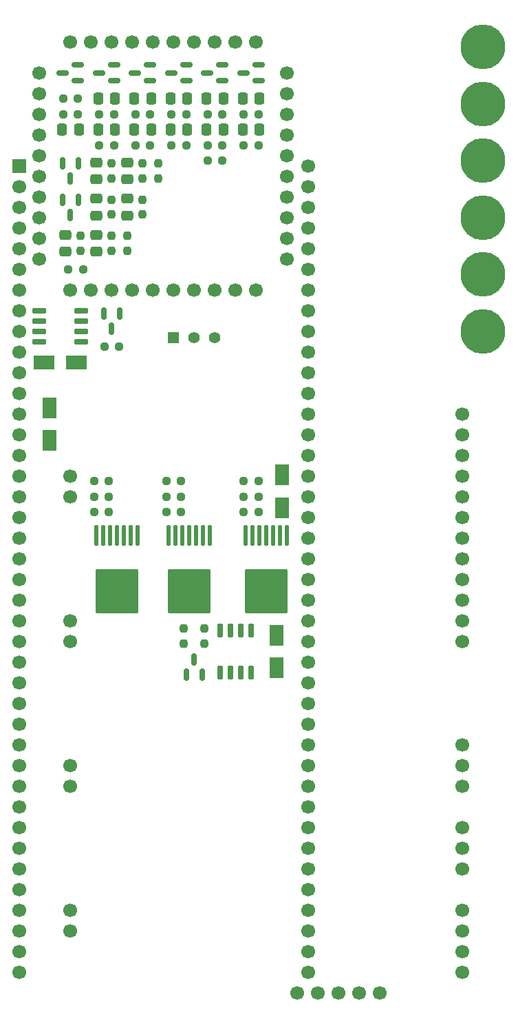
<source format=gts>
G04 #@! TF.GenerationSoftware,KiCad,Pcbnew,(6.0.9)*
G04 #@! TF.CreationDate,2023-07-15T07:21:25-07:00*
G04 #@! TF.ProjectId,canbuz-1977-vw-bus-ecu,63616e62-757a-42d3-9139-37372d76772d,rev?*
G04 #@! TF.SameCoordinates,Original*
G04 #@! TF.FileFunction,Soldermask,Top*
G04 #@! TF.FilePolarity,Negative*
%FSLAX46Y46*%
G04 Gerber Fmt 4.6, Leading zero omitted, Abs format (unit mm)*
G04 Created by KiCad (PCBNEW (6.0.9)) date 2023-07-15 07:21:25*
%MOMM*%
%LPD*%
G01*
G04 APERTURE LIST*
G04 Aperture macros list*
%AMRoundRect*
0 Rectangle with rounded corners*
0 $1 Rounding radius*
0 $2 $3 $4 $5 $6 $7 $8 $9 X,Y pos of 4 corners*
0 Add a 4 corners polygon primitive as box body*
4,1,4,$2,$3,$4,$5,$6,$7,$8,$9,$2,$3,0*
0 Add four circle primitives for the rounded corners*
1,1,$1+$1,$2,$3*
1,1,$1+$1,$4,$5*
1,1,$1+$1,$6,$7*
1,1,$1+$1,$8,$9*
0 Add four rect primitives between the rounded corners*
20,1,$1+$1,$2,$3,$4,$5,0*
20,1,$1+$1,$4,$5,$6,$7,0*
20,1,$1+$1,$6,$7,$8,$9,0*
20,1,$1+$1,$8,$9,$2,$3,0*%
G04 Aperture macros list end*
%ADD10RoundRect,0.237500X-0.237500X0.250000X-0.237500X-0.250000X0.237500X-0.250000X0.237500X0.250000X0*%
%ADD11RoundRect,0.250000X0.337500X0.475000X-0.337500X0.475000X-0.337500X-0.475000X0.337500X-0.475000X0*%
%ADD12RoundRect,0.250000X-0.337500X-0.475000X0.337500X-0.475000X0.337500X0.475000X-0.337500X0.475000X0*%
%ADD13RoundRect,0.237500X-0.250000X-0.237500X0.250000X-0.237500X0.250000X0.237500X-0.250000X0.237500X0*%
%ADD14RoundRect,0.237500X0.250000X0.237500X-0.250000X0.237500X-0.250000X-0.237500X0.250000X-0.237500X0*%
%ADD15RoundRect,0.250000X0.475000X-0.337500X0.475000X0.337500X-0.475000X0.337500X-0.475000X-0.337500X0*%
%ADD16R,1.700000X1.700000*%
%ADD17C,1.700000*%
%ADD18R,1.800000X2.500000*%
%ADD19RoundRect,0.150000X0.587500X0.150000X-0.587500X0.150000X-0.587500X-0.150000X0.587500X-0.150000X0*%
%ADD20RoundRect,0.137500X0.137500X1.112500X-0.137500X1.112500X-0.137500X-1.112500X0.137500X-1.112500X0*%
%ADD21RoundRect,0.265000X2.385000X2.485000X-2.385000X2.485000X-2.385000X-2.485000X2.385000X-2.485000X0*%
%ADD22RoundRect,0.150000X-0.150000X0.587500X-0.150000X-0.587500X0.150000X-0.587500X0.150000X0.587500X0*%
%ADD23R,2.500000X1.800000*%
%ADD24RoundRect,0.237500X0.237500X-0.250000X0.237500X0.250000X-0.237500X0.250000X-0.237500X-0.250000X0*%
%ADD25RoundRect,0.150000X-0.725000X-0.150000X0.725000X-0.150000X0.725000X0.150000X-0.725000X0.150000X0*%
%ADD26RoundRect,0.150000X0.150000X-0.725000X0.150000X0.725000X-0.150000X0.725000X-0.150000X-0.725000X0*%
%ADD27RoundRect,0.150000X0.150000X-0.587500X0.150000X0.587500X-0.150000X0.587500X-0.150000X-0.587500X0*%
%ADD28C,5.500000*%
%ADD29R,1.410000X1.410000*%
%ADD30C,1.410000*%
G04 APERTURE END LIST*
D10*
X50799999Y-62587500D03*
X50799999Y-64412500D03*
D11*
X60092500Y-53975000D03*
X58017500Y-53975000D03*
D12*
X66907500Y-50165000D03*
X68982500Y-50165000D03*
D10*
X50799999Y-58142500D03*
X50799999Y-59967500D03*
D13*
X45442500Y-71120000D03*
X47267500Y-71120000D03*
D14*
X55522500Y-52069999D03*
X53697500Y-52069999D03*
D15*
X45085000Y-68982500D03*
X45085000Y-66907500D03*
D16*
X39420000Y-58420000D03*
D17*
X39420000Y-60960000D03*
X39420000Y-63500000D03*
X39420000Y-66040000D03*
X39420000Y-68580000D03*
X39420000Y-71120000D03*
X39420000Y-73660000D03*
X39420000Y-76200000D03*
X39420000Y-78740000D03*
X39420000Y-81280000D03*
X39420000Y-83820000D03*
X39420000Y-86360000D03*
X39420000Y-88900000D03*
X39420000Y-91440000D03*
X39420000Y-93980000D03*
X39420000Y-96520000D03*
X39420000Y-99060000D03*
X39420000Y-101600000D03*
X39420000Y-104140000D03*
X39420000Y-106680000D03*
X39420000Y-109220000D03*
X39420000Y-111760000D03*
X39420000Y-114300000D03*
X39420000Y-116840000D03*
X39420000Y-119380000D03*
X39420000Y-121920000D03*
X39420000Y-124460000D03*
X39420000Y-127000000D03*
X39420000Y-129540000D03*
X39420000Y-132080000D03*
X39420000Y-134620000D03*
X39420000Y-137160000D03*
X39420000Y-139700000D03*
X39420000Y-142240000D03*
X39420000Y-147320000D03*
X39420000Y-144780000D03*
X39420000Y-149860000D03*
X39420000Y-152400000D03*
X39420000Y-154940000D03*
X39420000Y-157480000D03*
X74980000Y-157480000D03*
X74980000Y-154940000D03*
X74980000Y-152400000D03*
X74980000Y-149860000D03*
X74980000Y-147320000D03*
X74980000Y-144780000D03*
X74980000Y-142240000D03*
X74980000Y-139700000D03*
X74980000Y-137160000D03*
X74980000Y-134620000D03*
X74980000Y-132080000D03*
X74980000Y-129540000D03*
X74980000Y-127000000D03*
X74980000Y-124460000D03*
X74980000Y-121920000D03*
X74980000Y-119380000D03*
X74980000Y-116840000D03*
X74980000Y-114300000D03*
X74980000Y-111760000D03*
X74980000Y-109220000D03*
X74980000Y-106680000D03*
X74980000Y-104140000D03*
X74980000Y-101600000D03*
X74980000Y-99060000D03*
X74980000Y-96520000D03*
X74980000Y-93980000D03*
X74980000Y-91440000D03*
X74980000Y-88900000D03*
X74980000Y-86360000D03*
X74980000Y-83820000D03*
X74980000Y-81280000D03*
X74980000Y-78740000D03*
X74980000Y-76200000D03*
X74980000Y-73660000D03*
X74980000Y-71120000D03*
X74980000Y-68580000D03*
X74980000Y-66040000D03*
X74980000Y-63500000D03*
X74980000Y-60960000D03*
X74980000Y-58420000D03*
D14*
X55522500Y-55880000D03*
X53697500Y-55880000D03*
X50442500Y-99060000D03*
X48617500Y-99060000D03*
D15*
X52705000Y-64537500D03*
X52705000Y-62462500D03*
D18*
X71755000Y-100425000D03*
X71755000Y-96425000D03*
D10*
X59690000Y-115292500D03*
X59690000Y-117117500D03*
D15*
X48895000Y-60092500D03*
X48895000Y-58017500D03*
D13*
X44807500Y-50165000D03*
X46632500Y-50165000D03*
D19*
X51102500Y-47940000D03*
X51102500Y-46040000D03*
X49227500Y-46990000D03*
D10*
X50800000Y-67032500D03*
X50800000Y-68857500D03*
D12*
X66907500Y-53975000D03*
X68982500Y-53975000D03*
D14*
X59967500Y-55880000D03*
X58142500Y-55880000D03*
D20*
X72400000Y-103800000D03*
X71550000Y-103800000D03*
X70700000Y-103800000D03*
X69850000Y-103800000D03*
X69000000Y-103800000D03*
X68150000Y-103800000D03*
X67300000Y-103800000D03*
D21*
X69850000Y-110700000D03*
D13*
X67032500Y-100965000D03*
X68857500Y-100965000D03*
D18*
X71120000Y-116110000D03*
X71120000Y-120110000D03*
D22*
X46670000Y-58117500D03*
X44770000Y-58117500D03*
X45720000Y-59992500D03*
D14*
X68857500Y-99060000D03*
X67032500Y-99060000D03*
D15*
X52705000Y-60092500D03*
X52705000Y-58017500D03*
X48895000Y-68982500D03*
X48895000Y-66907500D03*
D12*
X62462500Y-50165000D03*
X64537500Y-50165000D03*
D13*
X67032500Y-97155000D03*
X68857500Y-97155000D03*
D19*
X59992500Y-47940000D03*
X59992500Y-46040000D03*
X58117500Y-46990000D03*
D10*
X56515000Y-58142500D03*
X56515000Y-59967500D03*
X54610000Y-58142500D03*
X54610000Y-59967500D03*
D12*
X49127500Y-50165000D03*
X51202500Y-50165000D03*
X44682500Y-53975000D03*
X46757500Y-53975000D03*
D19*
X46657500Y-47940000D03*
X46657500Y-46040000D03*
X44782500Y-46990000D03*
D18*
X43180000Y-92170000D03*
X43180000Y-88170000D03*
D13*
X48617500Y-100965000D03*
X50442500Y-100965000D03*
D10*
X46989999Y-67032500D03*
X46989999Y-68857500D03*
D14*
X64412500Y-55880000D03*
X62587500Y-55880000D03*
X51077500Y-52070000D03*
X49252500Y-52070000D03*
D23*
X42450000Y-82550000D03*
X46450000Y-82550000D03*
D19*
X55547500Y-47940000D03*
X55547500Y-46040000D03*
X53672500Y-46990000D03*
D13*
X57507500Y-100965000D03*
X59332500Y-100965000D03*
D14*
X68857500Y-55880000D03*
X67032500Y-55880000D03*
X64412500Y-52070000D03*
X62587500Y-52070000D03*
D13*
X49252500Y-55880000D03*
X51077500Y-55880000D03*
D24*
X52705000Y-68857500D03*
X52705000Y-67032500D03*
D19*
X68882500Y-47940000D03*
X68882500Y-46040000D03*
X67007500Y-46990000D03*
D14*
X51712500Y-80645000D03*
X49887500Y-80645000D03*
D12*
X49127500Y-53975000D03*
X51202500Y-53975000D03*
D22*
X46670000Y-62562500D03*
X44770000Y-62562500D03*
X45720000Y-64437500D03*
X51750000Y-76532500D03*
X49850000Y-76532500D03*
X50800000Y-78407500D03*
D14*
X59332500Y-97155000D03*
X57507500Y-97155000D03*
X59332500Y-99060000D03*
X57507500Y-99060000D03*
D25*
X41875000Y-76200000D03*
X41875000Y-77470000D03*
X41875000Y-78740000D03*
X41875000Y-80010000D03*
X47025000Y-80010000D03*
X47025000Y-78740000D03*
X47025000Y-77470000D03*
X47025000Y-76200000D03*
D20*
X62875000Y-103800000D03*
X62025000Y-103800000D03*
X61175000Y-103800000D03*
X60325000Y-103800000D03*
X59475000Y-103800000D03*
X58625000Y-103800000D03*
X57775000Y-103800000D03*
D21*
X60325000Y-110700000D03*
D19*
X64437500Y-47940000D03*
X64437500Y-46040000D03*
X62562500Y-46990000D03*
D14*
X46632500Y-52070000D03*
X44807500Y-52070000D03*
D12*
X53572500Y-50165000D03*
X55647500Y-50165000D03*
X58017500Y-50165000D03*
X60092500Y-50165000D03*
D14*
X59967500Y-52070000D03*
X58142500Y-52070000D03*
D24*
X62230000Y-117117500D03*
X62230000Y-115292500D03*
D14*
X68857500Y-52070000D03*
X67032500Y-52070000D03*
D26*
X64135000Y-120685000D03*
X65405000Y-120685000D03*
X66675000Y-120685000D03*
X67945000Y-120685000D03*
X67945000Y-115535000D03*
X66675000Y-115535000D03*
X65405000Y-115535000D03*
X64135000Y-115535000D03*
D14*
X64412500Y-57785000D03*
X62587500Y-57785000D03*
D20*
X53985000Y-103800000D03*
X53135000Y-103800000D03*
X52285000Y-103800000D03*
X51435000Y-103800000D03*
X50585000Y-103800000D03*
X49735000Y-103800000D03*
X48885000Y-103800000D03*
D21*
X51435000Y-110700000D03*
D27*
X60010000Y-120952500D03*
X61910000Y-120952500D03*
X60960000Y-119077500D03*
D24*
X54610000Y-64412500D03*
X54610000Y-62587500D03*
D15*
X48895000Y-64537500D03*
X48895000Y-62462500D03*
D12*
X53572500Y-53975000D03*
X55647500Y-53975000D03*
X62462500Y-53975000D03*
X64537500Y-53975000D03*
D14*
X50442500Y-97155000D03*
X48617500Y-97155000D03*
D28*
X96520000Y-71755000D03*
D17*
X93980000Y-88900000D03*
X93980000Y-91440000D03*
X93980000Y-93980000D03*
X93980000Y-96520000D03*
X93980000Y-99060000D03*
X93980000Y-101600000D03*
X93980000Y-104140000D03*
X93980000Y-106680000D03*
X93980000Y-109220000D03*
X93980000Y-111760000D03*
X93980000Y-114300000D03*
X93980000Y-116840000D03*
X93980000Y-129540000D03*
X93980000Y-132080000D03*
X93980000Y-134620000D03*
X93980000Y-139700000D03*
X93980000Y-142240000D03*
X93980000Y-144780000D03*
X93980000Y-149860000D03*
X93980000Y-152400000D03*
X93980000Y-154940000D03*
X93980000Y-157480000D03*
X83820000Y-160020000D03*
X81280000Y-160020000D03*
X78740000Y-160020000D03*
X76200000Y-160020000D03*
X73660000Y-160020000D03*
X45720000Y-152400000D03*
X45720000Y-149860000D03*
X45720000Y-134620000D03*
X45720000Y-132080000D03*
X45720000Y-116840000D03*
X45720000Y-114300000D03*
X45720000Y-99060000D03*
X45720000Y-96520000D03*
D28*
X96520000Y-57785000D03*
X96520000Y-78740000D03*
X96520000Y-64770000D03*
D17*
X41910000Y-69850000D03*
X41910000Y-67310000D03*
X41910000Y-64770000D03*
X41910000Y-62230000D03*
X41910000Y-59690000D03*
X41910000Y-57150000D03*
X41910000Y-54610000D03*
X41910000Y-52070000D03*
X41910000Y-49530000D03*
X41910000Y-46990000D03*
X45720000Y-43180000D03*
X48260000Y-43180000D03*
X50800000Y-43180000D03*
X53340000Y-43180000D03*
X55880000Y-43180000D03*
X58420000Y-43180000D03*
X60960000Y-43180000D03*
X63500000Y-43180000D03*
X66040000Y-43180000D03*
X68580000Y-43180000D03*
X72390000Y-46990000D03*
X72390000Y-49530000D03*
X72390000Y-52070000D03*
X72390000Y-54610000D03*
X72390000Y-57150000D03*
X72390000Y-59690000D03*
X72390000Y-62230000D03*
X72390000Y-64770000D03*
X72390000Y-67310000D03*
X72390000Y-69850000D03*
X68580000Y-73660000D03*
X66040000Y-73660000D03*
X63500000Y-73660000D03*
X60960000Y-73660000D03*
X58420000Y-73660000D03*
X55880000Y-73660000D03*
X53340000Y-73660000D03*
X50800000Y-73660000D03*
X48260000Y-73660000D03*
X45720000Y-73660000D03*
D28*
X96520000Y-50800000D03*
D29*
X58420000Y-79572500D03*
D30*
X60960000Y-79572500D03*
X63500000Y-79572500D03*
D28*
X96520000Y-43815000D03*
M02*

</source>
